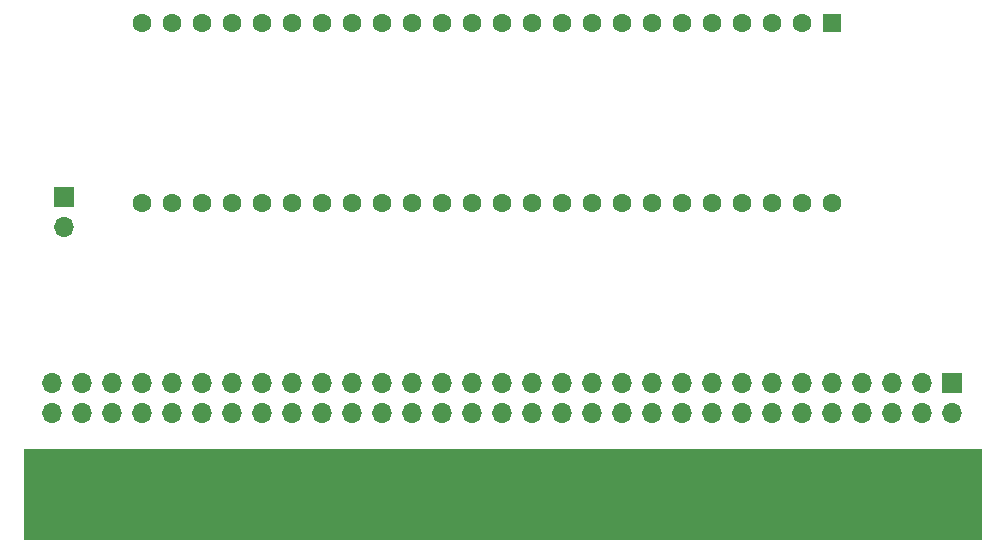
<source format=gbs>
G04 #@! TF.GenerationSoftware,KiCad,Pcbnew,(6.0.5)*
G04 #@! TF.CreationDate,2024-08-24T22:28:27-07:00*
G04 #@! TF.ProjectId,XTMAX_PCB,58544d41-585f-4504-9342-2e6b69636164,rev?*
G04 #@! TF.SameCoordinates,Original*
G04 #@! TF.FileFunction,Soldermask,Bot*
G04 #@! TF.FilePolarity,Negative*
%FSLAX46Y46*%
G04 Gerber Fmt 4.6, Leading zero omitted, Abs format (unit mm)*
G04 Created by KiCad (PCBNEW (6.0.5)) date 2024-08-24 22:28:27*
%MOMM*%
%LPD*%
G01*
G04 APERTURE LIST*
%ADD10C,0.010000*%
%ADD11R,1.700000X1.700000*%
%ADD12O,1.700000X1.700000*%
%ADD13R,1.780000X7.366000*%
%ADD14R,1.600000X1.600000*%
%ADD15C,1.600000*%
G04 APERTURE END LIST*
G36*
X169291000Y-113284000D02*
G01*
X88265000Y-113284000D01*
X88265000Y-105664000D01*
X169291000Y-105664000D01*
X169291000Y-113284000D01*
G37*
D10*
X169291000Y-113284000D02*
X88265000Y-113284000D01*
X88265000Y-105664000D01*
X169291000Y-105664000D01*
X169291000Y-113284000D01*
D11*
X91694000Y-84328000D03*
D12*
X91694000Y-86868000D03*
D11*
X166878000Y-100070996D03*
D12*
X166878000Y-102610996D03*
X164338000Y-100070996D03*
X164338000Y-102610996D03*
X161798000Y-100070996D03*
X161798000Y-102610996D03*
X159258000Y-100070996D03*
X159258000Y-102610996D03*
X156718000Y-100070996D03*
X156718000Y-102610996D03*
X154178000Y-100070996D03*
X154178000Y-102610996D03*
X151638000Y-100070996D03*
X151638000Y-102610996D03*
X149098000Y-100070996D03*
X149098000Y-102610996D03*
X146558000Y-100070996D03*
X146558000Y-102610996D03*
X144018000Y-100070996D03*
X144018000Y-102610996D03*
X141478000Y-100070996D03*
X141478000Y-102610996D03*
X138938000Y-100070996D03*
X138938000Y-102610996D03*
X136398000Y-100070996D03*
X136398000Y-102610996D03*
X133858000Y-100070996D03*
X133858000Y-102610996D03*
X131318000Y-100070996D03*
X131318000Y-102610996D03*
X128778000Y-100070996D03*
X128778000Y-102610996D03*
X126238000Y-100070996D03*
X126238000Y-102610996D03*
X123698000Y-100070996D03*
X123698000Y-102610996D03*
X121158000Y-100070996D03*
X121158000Y-102610996D03*
X118618000Y-100070996D03*
X118618000Y-102610996D03*
X116078000Y-100070996D03*
X116078000Y-102610996D03*
X113538000Y-100070996D03*
X113538000Y-102610996D03*
X110998000Y-100070996D03*
X110998000Y-102610996D03*
X108458000Y-100070996D03*
X108458000Y-102610996D03*
X105918000Y-100070996D03*
X105918000Y-102610996D03*
X103378000Y-100070996D03*
X103378000Y-102610996D03*
X100838000Y-100070996D03*
X100838000Y-102610996D03*
X98298000Y-100070996D03*
X98298000Y-102610996D03*
X95758000Y-100070996D03*
X95758000Y-102610996D03*
X93218000Y-100070996D03*
X93218000Y-102610996D03*
X90678000Y-100070996D03*
X90678000Y-102610996D03*
D13*
X166878000Y-109347000D03*
X164338000Y-109347000D03*
X161798000Y-109347000D03*
X159258000Y-109347000D03*
X156718000Y-109347000D03*
X154178000Y-109347000D03*
X151638000Y-109347000D03*
X149098000Y-109347000D03*
X146558000Y-109347000D03*
X144018000Y-109347000D03*
X141478000Y-109347000D03*
X138938000Y-109347000D03*
X136398000Y-109347000D03*
X133858000Y-109347000D03*
X131318000Y-109347000D03*
X128778000Y-109347000D03*
X126238000Y-109347000D03*
X123698000Y-109347000D03*
X121158000Y-109347000D03*
X118618000Y-109347000D03*
X116078000Y-109347000D03*
X113538000Y-109347000D03*
X110998000Y-109347000D03*
X108458000Y-109347000D03*
X105918000Y-109347000D03*
X103378000Y-109347000D03*
X100838000Y-109347000D03*
X98298000Y-109347000D03*
X95758000Y-109347000D03*
X93218000Y-109347000D03*
X90678000Y-109347000D03*
D14*
X156718000Y-69596000D03*
D15*
X154178000Y-69596000D03*
X151638000Y-69596000D03*
X149098000Y-69596000D03*
X146558000Y-69596000D03*
X144018000Y-69596000D03*
X141478000Y-69596000D03*
X138938000Y-69596000D03*
X136398000Y-69596000D03*
X133858000Y-69596000D03*
X131318000Y-69596000D03*
X128778000Y-69596000D03*
X126238000Y-69596000D03*
X123698000Y-69596000D03*
X121158000Y-69596000D03*
X118618000Y-69596000D03*
X116078000Y-69596000D03*
X113538000Y-69596000D03*
X110998000Y-69596000D03*
X108458000Y-69596000D03*
X105918000Y-69596000D03*
X103378000Y-69596000D03*
X100838000Y-69596000D03*
X98298000Y-69596000D03*
X98298000Y-84836000D03*
X100838000Y-84836000D03*
X103378000Y-84836000D03*
X105918000Y-84836000D03*
X108458000Y-84836000D03*
X110998000Y-84836000D03*
X113538000Y-84836000D03*
X116078000Y-84836000D03*
X118618000Y-84836000D03*
X121158000Y-84836000D03*
X123698000Y-84836000D03*
X126238000Y-84836000D03*
X128778000Y-84836000D03*
X131318000Y-84836000D03*
X133858000Y-84836000D03*
X136398000Y-84836000D03*
X138938000Y-84836000D03*
X141478000Y-84836000D03*
X144018000Y-84836000D03*
X146558000Y-84836000D03*
X149098000Y-84836000D03*
X151638000Y-84836000D03*
X154178000Y-84836000D03*
X156718000Y-84836000D03*
M02*

</source>
